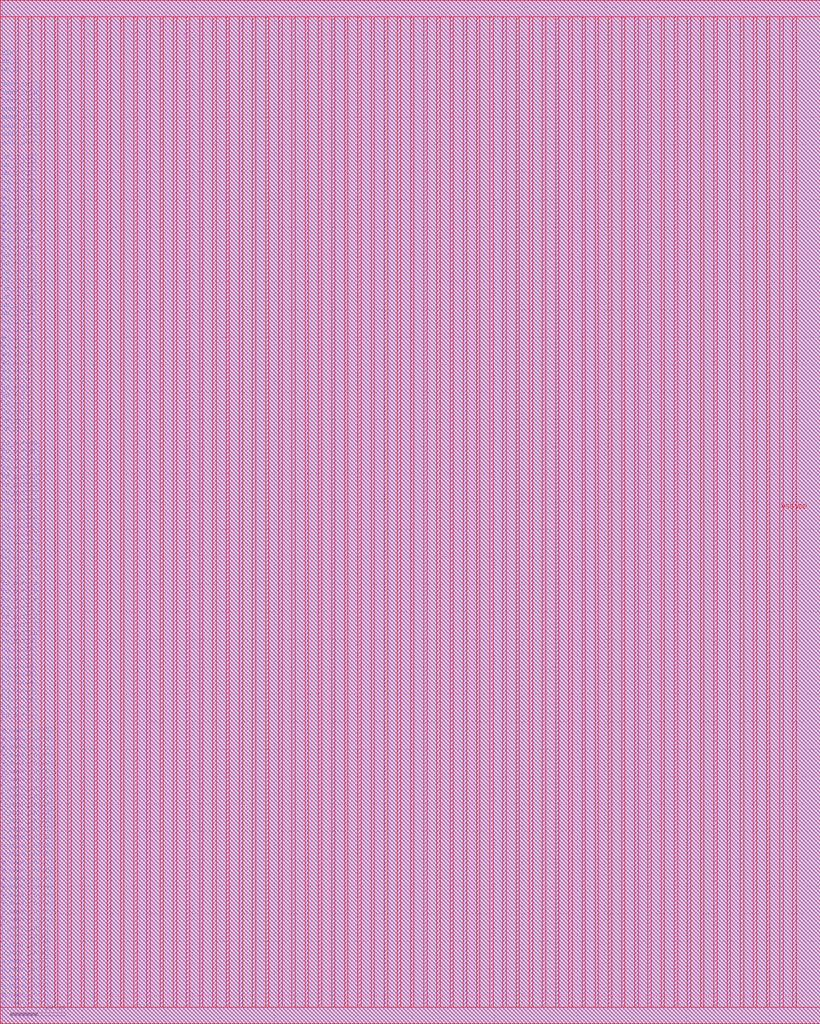
<source format=lef>
VERSION 5.7 ;
BUSBITCHARS "[]" ;
MACRO fakeram130_256x34
  FOREIGN fakeram130_256x34 0 0 ;
  SYMMETRY X Y R90 ;
  SIZE 298.540 BY 372.640 ;
  CLASS BLOCK ;
  PIN w_mask_in[0]
    DIRECTION INPUT ;
    USE SIGNAL ;
    SHAPE ABUTMENT ;
    PORT
      LAYER met3 ;
      RECT 0.000 5.850 0.800 6.150 ;
    END
  END w_mask_in[0]
  PIN w_mask_in[1]
    DIRECTION INPUT ;
    USE SIGNAL ;
    SHAPE ABUTMENT ;
    PORT
      LAYER met3 ;
      RECT 0.000 8.850 0.800 9.150 ;
    END
  END w_mask_in[1]
  PIN w_mask_in[2]
    DIRECTION INPUT ;
    USE SIGNAL ;
    SHAPE ABUTMENT ;
    PORT
      LAYER met3 ;
      RECT 0.000 11.850 0.800 12.150 ;
    END
  END w_mask_in[2]
  PIN w_mask_in[3]
    DIRECTION INPUT ;
    USE SIGNAL ;
    SHAPE ABUTMENT ;
    PORT
      LAYER met3 ;
      RECT 0.000 14.850 0.800 15.150 ;
    END
  END w_mask_in[3]
  PIN w_mask_in[4]
    DIRECTION INPUT ;
    USE SIGNAL ;
    SHAPE ABUTMENT ;
    PORT
      LAYER met3 ;
      RECT 0.000 17.850 0.800 18.150 ;
    END
  END w_mask_in[4]
  PIN w_mask_in[5]
    DIRECTION INPUT ;
    USE SIGNAL ;
    SHAPE ABUTMENT ;
    PORT
      LAYER met3 ;
      RECT 0.000 20.850 0.800 21.150 ;
    END
  END w_mask_in[5]
  PIN w_mask_in[6]
    DIRECTION INPUT ;
    USE SIGNAL ;
    SHAPE ABUTMENT ;
    PORT
      LAYER met3 ;
      RECT 0.000 23.850 0.800 24.150 ;
    END
  END w_mask_in[6]
  PIN w_mask_in[7]
    DIRECTION INPUT ;
    USE SIGNAL ;
    SHAPE ABUTMENT ;
    PORT
      LAYER met3 ;
      RECT 0.000 26.850 0.800 27.150 ;
    END
  END w_mask_in[7]
  PIN w_mask_in[8]
    DIRECTION INPUT ;
    USE SIGNAL ;
    SHAPE ABUTMENT ;
    PORT
      LAYER met3 ;
      RECT 0.000 29.850 0.800 30.150 ;
    END
  END w_mask_in[8]
  PIN w_mask_in[9]
    DIRECTION INPUT ;
    USE SIGNAL ;
    SHAPE ABUTMENT ;
    PORT
      LAYER met3 ;
      RECT 0.000 32.850 0.800 33.150 ;
    END
  END w_mask_in[9]
  PIN w_mask_in[10]
    DIRECTION INPUT ;
    USE SIGNAL ;
    SHAPE ABUTMENT ;
    PORT
      LAYER met3 ;
      RECT 0.000 35.850 0.800 36.150 ;
    END
  END w_mask_in[10]
  PIN w_mask_in[11]
    DIRECTION INPUT ;
    USE SIGNAL ;
    SHAPE ABUTMENT ;
    PORT
      LAYER met3 ;
      RECT 0.000 38.850 0.800 39.150 ;
    END
  END w_mask_in[11]
  PIN w_mask_in[12]
    DIRECTION INPUT ;
    USE SIGNAL ;
    SHAPE ABUTMENT ;
    PORT
      LAYER met3 ;
      RECT 0.000 41.850 0.800 42.150 ;
    END
  END w_mask_in[12]
  PIN w_mask_in[13]
    DIRECTION INPUT ;
    USE SIGNAL ;
    SHAPE ABUTMENT ;
    PORT
      LAYER met3 ;
      RECT 0.000 44.850 0.800 45.150 ;
    END
  END w_mask_in[13]
  PIN w_mask_in[14]
    DIRECTION INPUT ;
    USE SIGNAL ;
    SHAPE ABUTMENT ;
    PORT
      LAYER met3 ;
      RECT 0.000 47.850 0.800 48.150 ;
    END
  END w_mask_in[14]
  PIN w_mask_in[15]
    DIRECTION INPUT ;
    USE SIGNAL ;
    SHAPE ABUTMENT ;
    PORT
      LAYER met3 ;
      RECT 0.000 50.850 0.800 51.150 ;
    END
  END w_mask_in[15]
  PIN w_mask_in[16]
    DIRECTION INPUT ;
    USE SIGNAL ;
    SHAPE ABUTMENT ;
    PORT
      LAYER met3 ;
      RECT 0.000 53.850 0.800 54.150 ;
    END
  END w_mask_in[16]
  PIN w_mask_in[17]
    DIRECTION INPUT ;
    USE SIGNAL ;
    SHAPE ABUTMENT ;
    PORT
      LAYER met3 ;
      RECT 0.000 56.850 0.800 57.150 ;
    END
  END w_mask_in[17]
  PIN w_mask_in[18]
    DIRECTION INPUT ;
    USE SIGNAL ;
    SHAPE ABUTMENT ;
    PORT
      LAYER met3 ;
      RECT 0.000 59.850 0.800 60.150 ;
    END
  END w_mask_in[18]
  PIN w_mask_in[19]
    DIRECTION INPUT ;
    USE SIGNAL ;
    SHAPE ABUTMENT ;
    PORT
      LAYER met3 ;
      RECT 0.000 62.850 0.800 63.150 ;
    END
  END w_mask_in[19]
  PIN w_mask_in[20]
    DIRECTION INPUT ;
    USE SIGNAL ;
    SHAPE ABUTMENT ;
    PORT
      LAYER met3 ;
      RECT 0.000 65.850 0.800 66.150 ;
    END
  END w_mask_in[20]
  PIN w_mask_in[21]
    DIRECTION INPUT ;
    USE SIGNAL ;
    SHAPE ABUTMENT ;
    PORT
      LAYER met3 ;
      RECT 0.000 68.850 0.800 69.150 ;
    END
  END w_mask_in[21]
  PIN w_mask_in[22]
    DIRECTION INPUT ;
    USE SIGNAL ;
    SHAPE ABUTMENT ;
    PORT
      LAYER met3 ;
      RECT 0.000 71.850 0.800 72.150 ;
    END
  END w_mask_in[22]
  PIN w_mask_in[23]
    DIRECTION INPUT ;
    USE SIGNAL ;
    SHAPE ABUTMENT ;
    PORT
      LAYER met3 ;
      RECT 0.000 74.850 0.800 75.150 ;
    END
  END w_mask_in[23]
  PIN w_mask_in[24]
    DIRECTION INPUT ;
    USE SIGNAL ;
    SHAPE ABUTMENT ;
    PORT
      LAYER met3 ;
      RECT 0.000 77.850 0.800 78.150 ;
    END
  END w_mask_in[24]
  PIN w_mask_in[25]
    DIRECTION INPUT ;
    USE SIGNAL ;
    SHAPE ABUTMENT ;
    PORT
      LAYER met3 ;
      RECT 0.000 80.850 0.800 81.150 ;
    END
  END w_mask_in[25]
  PIN w_mask_in[26]
    DIRECTION INPUT ;
    USE SIGNAL ;
    SHAPE ABUTMENT ;
    PORT
      LAYER met3 ;
      RECT 0.000 83.850 0.800 84.150 ;
    END
  END w_mask_in[26]
  PIN w_mask_in[27]
    DIRECTION INPUT ;
    USE SIGNAL ;
    SHAPE ABUTMENT ;
    PORT
      LAYER met3 ;
      RECT 0.000 86.850 0.800 87.150 ;
    END
  END w_mask_in[27]
  PIN w_mask_in[28]
    DIRECTION INPUT ;
    USE SIGNAL ;
    SHAPE ABUTMENT ;
    PORT
      LAYER met3 ;
      RECT 0.000 89.850 0.800 90.150 ;
    END
  END w_mask_in[28]
  PIN w_mask_in[29]
    DIRECTION INPUT ;
    USE SIGNAL ;
    SHAPE ABUTMENT ;
    PORT
      LAYER met3 ;
      RECT 0.000 92.850 0.800 93.150 ;
    END
  END w_mask_in[29]
  PIN w_mask_in[30]
    DIRECTION INPUT ;
    USE SIGNAL ;
    SHAPE ABUTMENT ;
    PORT
      LAYER met3 ;
      RECT 0.000 95.850 0.800 96.150 ;
    END
  END w_mask_in[30]
  PIN w_mask_in[31]
    DIRECTION INPUT ;
    USE SIGNAL ;
    SHAPE ABUTMENT ;
    PORT
      LAYER met3 ;
      RECT 0.000 98.850 0.800 99.150 ;
    END
  END w_mask_in[31]
  PIN w_mask_in[32]
    DIRECTION INPUT ;
    USE SIGNAL ;
    SHAPE ABUTMENT ;
    PORT
      LAYER met3 ;
      RECT 0.000 101.850 0.800 102.150 ;
    END
  END w_mask_in[32]
  PIN w_mask_in[33]
    DIRECTION INPUT ;
    USE SIGNAL ;
    SHAPE ABUTMENT ;
    PORT
      LAYER met3 ;
      RECT 0.000 104.850 0.800 105.150 ;
    END
  END w_mask_in[33]
  PIN rd_out[0]
    DIRECTION OUTPUT ;
    USE SIGNAL ;
    SHAPE ABUTMENT ;
    PORT
      LAYER met3 ;
      RECT 0.000 110.250 0.800 110.550 ;
    END
  END rd_out[0]
  PIN rd_out[1]
    DIRECTION OUTPUT ;
    USE SIGNAL ;
    SHAPE ABUTMENT ;
    PORT
      LAYER met3 ;
      RECT 0.000 113.250 0.800 113.550 ;
    END
  END rd_out[1]
  PIN rd_out[2]
    DIRECTION OUTPUT ;
    USE SIGNAL ;
    SHAPE ABUTMENT ;
    PORT
      LAYER met3 ;
      RECT 0.000 116.250 0.800 116.550 ;
    END
  END rd_out[2]
  PIN rd_out[3]
    DIRECTION OUTPUT ;
    USE SIGNAL ;
    SHAPE ABUTMENT ;
    PORT
      LAYER met3 ;
      RECT 0.000 119.250 0.800 119.550 ;
    END
  END rd_out[3]
  PIN rd_out[4]
    DIRECTION OUTPUT ;
    USE SIGNAL ;
    SHAPE ABUTMENT ;
    PORT
      LAYER met3 ;
      RECT 0.000 122.250 0.800 122.550 ;
    END
  END rd_out[4]
  PIN rd_out[5]
    DIRECTION OUTPUT ;
    USE SIGNAL ;
    SHAPE ABUTMENT ;
    PORT
      LAYER met3 ;
      RECT 0.000 125.250 0.800 125.550 ;
    END
  END rd_out[5]
  PIN rd_out[6]
    DIRECTION OUTPUT ;
    USE SIGNAL ;
    SHAPE ABUTMENT ;
    PORT
      LAYER met3 ;
      RECT 0.000 128.250 0.800 128.550 ;
    END
  END rd_out[6]
  PIN rd_out[7]
    DIRECTION OUTPUT ;
    USE SIGNAL ;
    SHAPE ABUTMENT ;
    PORT
      LAYER met3 ;
      RECT 0.000 131.250 0.800 131.550 ;
    END
  END rd_out[7]
  PIN rd_out[8]
    DIRECTION OUTPUT ;
    USE SIGNAL ;
    SHAPE ABUTMENT ;
    PORT
      LAYER met3 ;
      RECT 0.000 134.250 0.800 134.550 ;
    END
  END rd_out[8]
  PIN rd_out[9]
    DIRECTION OUTPUT ;
    USE SIGNAL ;
    SHAPE ABUTMENT ;
    PORT
      LAYER met3 ;
      RECT 0.000 137.250 0.800 137.550 ;
    END
  END rd_out[9]
  PIN rd_out[10]
    DIRECTION OUTPUT ;
    USE SIGNAL ;
    SHAPE ABUTMENT ;
    PORT
      LAYER met3 ;
      RECT 0.000 140.250 0.800 140.550 ;
    END
  END rd_out[10]
  PIN rd_out[11]
    DIRECTION OUTPUT ;
    USE SIGNAL ;
    SHAPE ABUTMENT ;
    PORT
      LAYER met3 ;
      RECT 0.000 143.250 0.800 143.550 ;
    END
  END rd_out[11]
  PIN rd_out[12]
    DIRECTION OUTPUT ;
    USE SIGNAL ;
    SHAPE ABUTMENT ;
    PORT
      LAYER met3 ;
      RECT 0.000 146.250 0.800 146.550 ;
    END
  END rd_out[12]
  PIN rd_out[13]
    DIRECTION OUTPUT ;
    USE SIGNAL ;
    SHAPE ABUTMENT ;
    PORT
      LAYER met3 ;
      RECT 0.000 149.250 0.800 149.550 ;
    END
  END rd_out[13]
  PIN rd_out[14]
    DIRECTION OUTPUT ;
    USE SIGNAL ;
    SHAPE ABUTMENT ;
    PORT
      LAYER met3 ;
      RECT 0.000 152.250 0.800 152.550 ;
    END
  END rd_out[14]
  PIN rd_out[15]
    DIRECTION OUTPUT ;
    USE SIGNAL ;
    SHAPE ABUTMENT ;
    PORT
      LAYER met3 ;
      RECT 0.000 155.250 0.800 155.550 ;
    END
  END rd_out[15]
  PIN rd_out[16]
    DIRECTION OUTPUT ;
    USE SIGNAL ;
    SHAPE ABUTMENT ;
    PORT
      LAYER met3 ;
      RECT 0.000 158.250 0.800 158.550 ;
    END
  END rd_out[16]
  PIN rd_out[17]
    DIRECTION OUTPUT ;
    USE SIGNAL ;
    SHAPE ABUTMENT ;
    PORT
      LAYER met3 ;
      RECT 0.000 161.250 0.800 161.550 ;
    END
  END rd_out[17]
  PIN rd_out[18]
    DIRECTION OUTPUT ;
    USE SIGNAL ;
    SHAPE ABUTMENT ;
    PORT
      LAYER met3 ;
      RECT 0.000 164.250 0.800 164.550 ;
    END
  END rd_out[18]
  PIN rd_out[19]
    DIRECTION OUTPUT ;
    USE SIGNAL ;
    SHAPE ABUTMENT ;
    PORT
      LAYER met3 ;
      RECT 0.000 167.250 0.800 167.550 ;
    END
  END rd_out[19]
  PIN rd_out[20]
    DIRECTION OUTPUT ;
    USE SIGNAL ;
    SHAPE ABUTMENT ;
    PORT
      LAYER met3 ;
      RECT 0.000 170.250 0.800 170.550 ;
    END
  END rd_out[20]
  PIN rd_out[21]
    DIRECTION OUTPUT ;
    USE SIGNAL ;
    SHAPE ABUTMENT ;
    PORT
      LAYER met3 ;
      RECT 0.000 173.250 0.800 173.550 ;
    END
  END rd_out[21]
  PIN rd_out[22]
    DIRECTION OUTPUT ;
    USE SIGNAL ;
    SHAPE ABUTMENT ;
    PORT
      LAYER met3 ;
      RECT 0.000 176.250 0.800 176.550 ;
    END
  END rd_out[22]
  PIN rd_out[23]
    DIRECTION OUTPUT ;
    USE SIGNAL ;
    SHAPE ABUTMENT ;
    PORT
      LAYER met3 ;
      RECT 0.000 179.250 0.800 179.550 ;
    END
  END rd_out[23]
  PIN rd_out[24]
    DIRECTION OUTPUT ;
    USE SIGNAL ;
    SHAPE ABUTMENT ;
    PORT
      LAYER met3 ;
      RECT 0.000 182.250 0.800 182.550 ;
    END
  END rd_out[24]
  PIN rd_out[25]
    DIRECTION OUTPUT ;
    USE SIGNAL ;
    SHAPE ABUTMENT ;
    PORT
      LAYER met3 ;
      RECT 0.000 185.250 0.800 185.550 ;
    END
  END rd_out[25]
  PIN rd_out[26]
    DIRECTION OUTPUT ;
    USE SIGNAL ;
    SHAPE ABUTMENT ;
    PORT
      LAYER met3 ;
      RECT 0.000 188.250 0.800 188.550 ;
    END
  END rd_out[26]
  PIN rd_out[27]
    DIRECTION OUTPUT ;
    USE SIGNAL ;
    SHAPE ABUTMENT ;
    PORT
      LAYER met3 ;
      RECT 0.000 191.250 0.800 191.550 ;
    END
  END rd_out[27]
  PIN rd_out[28]
    DIRECTION OUTPUT ;
    USE SIGNAL ;
    SHAPE ABUTMENT ;
    PORT
      LAYER met3 ;
      RECT 0.000 194.250 0.800 194.550 ;
    END
  END rd_out[28]
  PIN rd_out[29]
    DIRECTION OUTPUT ;
    USE SIGNAL ;
    SHAPE ABUTMENT ;
    PORT
      LAYER met3 ;
      RECT 0.000 197.250 0.800 197.550 ;
    END
  END rd_out[29]
  PIN rd_out[30]
    DIRECTION OUTPUT ;
    USE SIGNAL ;
    SHAPE ABUTMENT ;
    PORT
      LAYER met3 ;
      RECT 0.000 200.250 0.800 200.550 ;
    END
  END rd_out[30]
  PIN rd_out[31]
    DIRECTION OUTPUT ;
    USE SIGNAL ;
    SHAPE ABUTMENT ;
    PORT
      LAYER met3 ;
      RECT 0.000 203.250 0.800 203.550 ;
    END
  END rd_out[31]
  PIN rd_out[32]
    DIRECTION OUTPUT ;
    USE SIGNAL ;
    SHAPE ABUTMENT ;
    PORT
      LAYER met3 ;
      RECT 0.000 206.250 0.800 206.550 ;
    END
  END rd_out[32]
  PIN rd_out[33]
    DIRECTION OUTPUT ;
    USE SIGNAL ;
    SHAPE ABUTMENT ;
    PORT
      LAYER met3 ;
      RECT 0.000 209.250 0.800 209.550 ;
    END
  END rd_out[33]
  PIN wd_in[0]
    DIRECTION INPUT ;
    USE SIGNAL ;
    SHAPE ABUTMENT ;
    PORT
      LAYER met3 ;
      RECT 0.000 214.650 0.800 214.950 ;
    END
  END wd_in[0]
  PIN wd_in[1]
    DIRECTION INPUT ;
    USE SIGNAL ;
    SHAPE ABUTMENT ;
    PORT
      LAYER met3 ;
      RECT 0.000 217.650 0.800 217.950 ;
    END
  END wd_in[1]
  PIN wd_in[2]
    DIRECTION INPUT ;
    USE SIGNAL ;
    SHAPE ABUTMENT ;
    PORT
      LAYER met3 ;
      RECT 0.000 220.650 0.800 220.950 ;
    END
  END wd_in[2]
  PIN wd_in[3]
    DIRECTION INPUT ;
    USE SIGNAL ;
    SHAPE ABUTMENT ;
    PORT
      LAYER met3 ;
      RECT 0.000 223.650 0.800 223.950 ;
    END
  END wd_in[3]
  PIN wd_in[4]
    DIRECTION INPUT ;
    USE SIGNAL ;
    SHAPE ABUTMENT ;
    PORT
      LAYER met3 ;
      RECT 0.000 226.650 0.800 226.950 ;
    END
  END wd_in[4]
  PIN wd_in[5]
    DIRECTION INPUT ;
    USE SIGNAL ;
    SHAPE ABUTMENT ;
    PORT
      LAYER met3 ;
      RECT 0.000 229.650 0.800 229.950 ;
    END
  END wd_in[5]
  PIN wd_in[6]
    DIRECTION INPUT ;
    USE SIGNAL ;
    SHAPE ABUTMENT ;
    PORT
      LAYER met3 ;
      RECT 0.000 232.650 0.800 232.950 ;
    END
  END wd_in[6]
  PIN wd_in[7]
    DIRECTION INPUT ;
    USE SIGNAL ;
    SHAPE ABUTMENT ;
    PORT
      LAYER met3 ;
      RECT 0.000 235.650 0.800 235.950 ;
    END
  END wd_in[7]
  PIN wd_in[8]
    DIRECTION INPUT ;
    USE SIGNAL ;
    SHAPE ABUTMENT ;
    PORT
      LAYER met3 ;
      RECT 0.000 238.650 0.800 238.950 ;
    END
  END wd_in[8]
  PIN wd_in[9]
    DIRECTION INPUT ;
    USE SIGNAL ;
    SHAPE ABUTMENT ;
    PORT
      LAYER met3 ;
      RECT 0.000 241.650 0.800 241.950 ;
    END
  END wd_in[9]
  PIN wd_in[10]
    DIRECTION INPUT ;
    USE SIGNAL ;
    SHAPE ABUTMENT ;
    PORT
      LAYER met3 ;
      RECT 0.000 244.650 0.800 244.950 ;
    END
  END wd_in[10]
  PIN wd_in[11]
    DIRECTION INPUT ;
    USE SIGNAL ;
    SHAPE ABUTMENT ;
    PORT
      LAYER met3 ;
      RECT 0.000 247.650 0.800 247.950 ;
    END
  END wd_in[11]
  PIN wd_in[12]
    DIRECTION INPUT ;
    USE SIGNAL ;
    SHAPE ABUTMENT ;
    PORT
      LAYER met3 ;
      RECT 0.000 250.650 0.800 250.950 ;
    END
  END wd_in[12]
  PIN wd_in[13]
    DIRECTION INPUT ;
    USE SIGNAL ;
    SHAPE ABUTMENT ;
    PORT
      LAYER met3 ;
      RECT 0.000 253.650 0.800 253.950 ;
    END
  END wd_in[13]
  PIN wd_in[14]
    DIRECTION INPUT ;
    USE SIGNAL ;
    SHAPE ABUTMENT ;
    PORT
      LAYER met3 ;
      RECT 0.000 256.650 0.800 256.950 ;
    END
  END wd_in[14]
  PIN wd_in[15]
    DIRECTION INPUT ;
    USE SIGNAL ;
    SHAPE ABUTMENT ;
    PORT
      LAYER met3 ;
      RECT 0.000 259.650 0.800 259.950 ;
    END
  END wd_in[15]
  PIN wd_in[16]
    DIRECTION INPUT ;
    USE SIGNAL ;
    SHAPE ABUTMENT ;
    PORT
      LAYER met3 ;
      RECT 0.000 262.650 0.800 262.950 ;
    END
  END wd_in[16]
  PIN wd_in[17]
    DIRECTION INPUT ;
    USE SIGNAL ;
    SHAPE ABUTMENT ;
    PORT
      LAYER met3 ;
      RECT 0.000 265.650 0.800 265.950 ;
    END
  END wd_in[17]
  PIN wd_in[18]
    DIRECTION INPUT ;
    USE SIGNAL ;
    SHAPE ABUTMENT ;
    PORT
      LAYER met3 ;
      RECT 0.000 268.650 0.800 268.950 ;
    END
  END wd_in[18]
  PIN wd_in[19]
    DIRECTION INPUT ;
    USE SIGNAL ;
    SHAPE ABUTMENT ;
    PORT
      LAYER met3 ;
      RECT 0.000 271.650 0.800 271.950 ;
    END
  END wd_in[19]
  PIN wd_in[20]
    DIRECTION INPUT ;
    USE SIGNAL ;
    SHAPE ABUTMENT ;
    PORT
      LAYER met3 ;
      RECT 0.000 274.650 0.800 274.950 ;
    END
  END wd_in[20]
  PIN wd_in[21]
    DIRECTION INPUT ;
    USE SIGNAL ;
    SHAPE ABUTMENT ;
    PORT
      LAYER met3 ;
      RECT 0.000 277.650 0.800 277.950 ;
    END
  END wd_in[21]
  PIN wd_in[22]
    DIRECTION INPUT ;
    USE SIGNAL ;
    SHAPE ABUTMENT ;
    PORT
      LAYER met3 ;
      RECT 0.000 280.650 0.800 280.950 ;
    END
  END wd_in[22]
  PIN wd_in[23]
    DIRECTION INPUT ;
    USE SIGNAL ;
    SHAPE ABUTMENT ;
    PORT
      LAYER met3 ;
      RECT 0.000 283.650 0.800 283.950 ;
    END
  END wd_in[23]
  PIN wd_in[24]
    DIRECTION INPUT ;
    USE SIGNAL ;
    SHAPE ABUTMENT ;
    PORT
      LAYER met3 ;
      RECT 0.000 286.650 0.800 286.950 ;
    END
  END wd_in[24]
  PIN wd_in[25]
    DIRECTION INPUT ;
    USE SIGNAL ;
    SHAPE ABUTMENT ;
    PORT
      LAYER met3 ;
      RECT 0.000 289.650 0.800 289.950 ;
    END
  END wd_in[25]
  PIN wd_in[26]
    DIRECTION INPUT ;
    USE SIGNAL ;
    SHAPE ABUTMENT ;
    PORT
      LAYER met3 ;
      RECT 0.000 292.650 0.800 292.950 ;
    END
  END wd_in[26]
  PIN wd_in[27]
    DIRECTION INPUT ;
    USE SIGNAL ;
    SHAPE ABUTMENT ;
    PORT
      LAYER met3 ;
      RECT 0.000 295.650 0.800 295.950 ;
    END
  END wd_in[27]
  PIN wd_in[28]
    DIRECTION INPUT ;
    USE SIGNAL ;
    SHAPE ABUTMENT ;
    PORT
      LAYER met3 ;
      RECT 0.000 298.650 0.800 298.950 ;
    END
  END wd_in[28]
  PIN wd_in[29]
    DIRECTION INPUT ;
    USE SIGNAL ;
    SHAPE ABUTMENT ;
    PORT
      LAYER met3 ;
      RECT 0.000 301.650 0.800 301.950 ;
    END
  END wd_in[29]
  PIN wd_in[30]
    DIRECTION INPUT ;
    USE SIGNAL ;
    SHAPE ABUTMENT ;
    PORT
      LAYER met3 ;
      RECT 0.000 304.650 0.800 304.950 ;
    END
  END wd_in[30]
  PIN wd_in[31]
    DIRECTION INPUT ;
    USE SIGNAL ;
    SHAPE ABUTMENT ;
    PORT
      LAYER met3 ;
      RECT 0.000 307.650 0.800 307.950 ;
    END
  END wd_in[31]
  PIN wd_in[32]
    DIRECTION INPUT ;
    USE SIGNAL ;
    SHAPE ABUTMENT ;
    PORT
      LAYER met3 ;
      RECT 0.000 310.650 0.800 310.950 ;
    END
  END wd_in[32]
  PIN wd_in[33]
    DIRECTION INPUT ;
    USE SIGNAL ;
    SHAPE ABUTMENT ;
    PORT
      LAYER met3 ;
      RECT 0.000 313.650 0.800 313.950 ;
    END
  END wd_in[33]
  PIN addr_in[0]
    DIRECTION INPUT ;
    USE SIGNAL ;
    SHAPE ABUTMENT ;
    PORT
      LAYER met3 ;
      RECT 0.000 319.050 0.800 319.350 ;
    END
  END addr_in[0]
  PIN addr_in[1]
    DIRECTION INPUT ;
    USE SIGNAL ;
    SHAPE ABUTMENT ;
    PORT
      LAYER met3 ;
      RECT 0.000 322.050 0.800 322.350 ;
    END
  END addr_in[1]
  PIN addr_in[2]
    DIRECTION INPUT ;
    USE SIGNAL ;
    SHAPE ABUTMENT ;
    PORT
      LAYER met3 ;
      RECT 0.000 325.050 0.800 325.350 ;
    END
  END addr_in[2]
  PIN addr_in[3]
    DIRECTION INPUT ;
    USE SIGNAL ;
    SHAPE ABUTMENT ;
    PORT
      LAYER met3 ;
      RECT 0.000 328.050 0.800 328.350 ;
    END
  END addr_in[3]
  PIN addr_in[4]
    DIRECTION INPUT ;
    USE SIGNAL ;
    SHAPE ABUTMENT ;
    PORT
      LAYER met3 ;
      RECT 0.000 331.050 0.800 331.350 ;
    END
  END addr_in[4]
  PIN addr_in[5]
    DIRECTION INPUT ;
    USE SIGNAL ;
    SHAPE ABUTMENT ;
    PORT
      LAYER met3 ;
      RECT 0.000 334.050 0.800 334.350 ;
    END
  END addr_in[5]
  PIN addr_in[6]
    DIRECTION INPUT ;
    USE SIGNAL ;
    SHAPE ABUTMENT ;
    PORT
      LAYER met3 ;
      RECT 0.000 337.050 0.800 337.350 ;
    END
  END addr_in[6]
  PIN addr_in[7]
    DIRECTION INPUT ;
    USE SIGNAL ;
    SHAPE ABUTMENT ;
    PORT
      LAYER met3 ;
      RECT 0.000 340.050 0.800 340.350 ;
    END
  END addr_in[7]
  PIN we_in
    DIRECTION INPUT ;
    USE SIGNAL ;
    SHAPE ABUTMENT ;
    PORT
      LAYER met3 ;
      RECT 0.000 345.450 0.800 345.750 ;
    END
  END we_in
  PIN ce_in
    DIRECTION INPUT ;
    USE SIGNAL ;
    SHAPE ABUTMENT ;
    PORT
      LAYER met3 ;
      RECT 0.000 348.450 0.800 348.750 ;
    END
  END ce_in
  PIN clk
    DIRECTION INPUT ;
    USE SIGNAL ;
    SHAPE ABUTMENT ;
    PORT
      LAYER met3 ;
      RECT 0.000 351.450 0.800 351.750 ;
    END
  END clk
  PIN VSS
    DIRECTION INOUT ;
    USE GROUND ;
    PORT
      LAYER met4 ;
      RECT 5.400 6.000 6.600 366.640 ;
      RECT 15.000 6.000 16.200 366.640 ;
      RECT 24.600 6.000 25.800 366.640 ;
      RECT 34.200 6.000 35.400 366.640 ;
      RECT 43.800 6.000 45.000 366.640 ;
      RECT 53.400 6.000 54.600 366.640 ;
      RECT 63.000 6.000 64.200 366.640 ;
      RECT 72.600 6.000 73.800 366.640 ;
      RECT 82.200 6.000 83.400 366.640 ;
      RECT 91.800 6.000 93.000 366.640 ;
      RECT 101.400 6.000 102.600 366.640 ;
      RECT 111.000 6.000 112.200 366.640 ;
      RECT 120.600 6.000 121.800 366.640 ;
      RECT 130.200 6.000 131.400 366.640 ;
      RECT 139.800 6.000 141.000 366.640 ;
      RECT 149.400 6.000 150.600 366.640 ;
      RECT 159.000 6.000 160.200 366.640 ;
      RECT 168.600 6.000 169.800 366.640 ;
      RECT 178.200 6.000 179.400 366.640 ;
      RECT 187.800 6.000 189.000 366.640 ;
      RECT 197.400 6.000 198.600 366.640 ;
      RECT 207.000 6.000 208.200 366.640 ;
      RECT 216.600 6.000 217.800 366.640 ;
      RECT 226.200 6.000 227.400 366.640 ;
      RECT 235.800 6.000 237.000 366.640 ;
      RECT 245.400 6.000 246.600 366.640 ;
      RECT 255.000 6.000 256.200 366.640 ;
      RECT 264.600 6.000 265.800 366.640 ;
      RECT 274.200 6.000 275.400 366.640 ;
      RECT 283.800 6.000 285.000 366.640 ;
    END
  END VSS
  PIN VDD
    DIRECTION INOUT ;
    USE POWER ;
    PORT
      LAYER met4 ;
      RECT 10.200 6.000 11.400 366.640 ;
      RECT 19.800 6.000 21.000 366.640 ;
      RECT 29.400 6.000 30.600 366.640 ;
      RECT 39.000 6.000 40.200 366.640 ;
      RECT 48.600 6.000 49.800 366.640 ;
      RECT 58.200 6.000 59.400 366.640 ;
      RECT 67.800 6.000 69.000 366.640 ;
      RECT 77.400 6.000 78.600 366.640 ;
      RECT 87.000 6.000 88.200 366.640 ;
      RECT 96.600 6.000 97.800 366.640 ;
      RECT 106.200 6.000 107.400 366.640 ;
      RECT 115.800 6.000 117.000 366.640 ;
      RECT 125.400 6.000 126.600 366.640 ;
      RECT 135.000 6.000 136.200 366.640 ;
      RECT 144.600 6.000 145.800 366.640 ;
      RECT 154.200 6.000 155.400 366.640 ;
      RECT 163.800 6.000 165.000 366.640 ;
      RECT 173.400 6.000 174.600 366.640 ;
      RECT 183.000 6.000 184.200 366.640 ;
      RECT 192.600 6.000 193.800 366.640 ;
      RECT 202.200 6.000 203.400 366.640 ;
      RECT 211.800 6.000 213.000 366.640 ;
      RECT 221.400 6.000 222.600 366.640 ;
      RECT 231.000 6.000 232.200 366.640 ;
      RECT 240.600 6.000 241.800 366.640 ;
      RECT 250.200 6.000 251.400 366.640 ;
      RECT 259.800 6.000 261.000 366.640 ;
      RECT 269.400 6.000 270.600 366.640 ;
      RECT 279.000 6.000 280.200 366.640 ;
      RECT 288.600 6.000 289.800 366.640 ;
    END
  END VDD
  OBS
    LAYER met1 ;
    RECT 0 0 298.540 372.640 ;
    LAYER met2 ;
    RECT 0 0 298.540 372.640 ;
    LAYER met3 ;
    RECT 0.800 0 298.540 372.640 ;
    RECT 0 0.000 0.800 5.850 ;
    RECT 0 6.150 0.800 8.850 ;
    RECT 0 9.150 0.800 11.850 ;
    RECT 0 12.150 0.800 14.850 ;
    RECT 0 15.150 0.800 17.850 ;
    RECT 0 18.150 0.800 20.850 ;
    RECT 0 21.150 0.800 23.850 ;
    RECT 0 24.150 0.800 26.850 ;
    RECT 0 27.150 0.800 29.850 ;
    RECT 0 30.150 0.800 32.850 ;
    RECT 0 33.150 0.800 35.850 ;
    RECT 0 36.150 0.800 38.850 ;
    RECT 0 39.150 0.800 41.850 ;
    RECT 0 42.150 0.800 44.850 ;
    RECT 0 45.150 0.800 47.850 ;
    RECT 0 48.150 0.800 50.850 ;
    RECT 0 51.150 0.800 53.850 ;
    RECT 0 54.150 0.800 56.850 ;
    RECT 0 57.150 0.800 59.850 ;
    RECT 0 60.150 0.800 62.850 ;
    RECT 0 63.150 0.800 65.850 ;
    RECT 0 66.150 0.800 68.850 ;
    RECT 0 69.150 0.800 71.850 ;
    RECT 0 72.150 0.800 74.850 ;
    RECT 0 75.150 0.800 77.850 ;
    RECT 0 78.150 0.800 80.850 ;
    RECT 0 81.150 0.800 83.850 ;
    RECT 0 84.150 0.800 86.850 ;
    RECT 0 87.150 0.800 89.850 ;
    RECT 0 90.150 0.800 92.850 ;
    RECT 0 93.150 0.800 95.850 ;
    RECT 0 96.150 0.800 98.850 ;
    RECT 0 99.150 0.800 101.850 ;
    RECT 0 102.150 0.800 104.850 ;
    RECT 0 105.150 0.800 110.250 ;
    RECT 0 110.550 0.800 113.250 ;
    RECT 0 113.550 0.800 116.250 ;
    RECT 0 116.550 0.800 119.250 ;
    RECT 0 119.550 0.800 122.250 ;
    RECT 0 122.550 0.800 125.250 ;
    RECT 0 125.550 0.800 128.250 ;
    RECT 0 128.550 0.800 131.250 ;
    RECT 0 131.550 0.800 134.250 ;
    RECT 0 134.550 0.800 137.250 ;
    RECT 0 137.550 0.800 140.250 ;
    RECT 0 140.550 0.800 143.250 ;
    RECT 0 143.550 0.800 146.250 ;
    RECT 0 146.550 0.800 149.250 ;
    RECT 0 149.550 0.800 152.250 ;
    RECT 0 152.550 0.800 155.250 ;
    RECT 0 155.550 0.800 158.250 ;
    RECT 0 158.550 0.800 161.250 ;
    RECT 0 161.550 0.800 164.250 ;
    RECT 0 164.550 0.800 167.250 ;
    RECT 0 167.550 0.800 170.250 ;
    RECT 0 170.550 0.800 173.250 ;
    RECT 0 173.550 0.800 176.250 ;
    RECT 0 176.550 0.800 179.250 ;
    RECT 0 179.550 0.800 182.250 ;
    RECT 0 182.550 0.800 185.250 ;
    RECT 0 185.550 0.800 188.250 ;
    RECT 0 188.550 0.800 191.250 ;
    RECT 0 191.550 0.800 194.250 ;
    RECT 0 194.550 0.800 197.250 ;
    RECT 0 197.550 0.800 200.250 ;
    RECT 0 200.550 0.800 203.250 ;
    RECT 0 203.550 0.800 206.250 ;
    RECT 0 206.550 0.800 209.250 ;
    RECT 0 209.550 0.800 214.650 ;
    RECT 0 214.950 0.800 217.650 ;
    RECT 0 217.950 0.800 220.650 ;
    RECT 0 220.950 0.800 223.650 ;
    RECT 0 223.950 0.800 226.650 ;
    RECT 0 226.950 0.800 229.650 ;
    RECT 0 229.950 0.800 232.650 ;
    RECT 0 232.950 0.800 235.650 ;
    RECT 0 235.950 0.800 238.650 ;
    RECT 0 238.950 0.800 241.650 ;
    RECT 0 241.950 0.800 244.650 ;
    RECT 0 244.950 0.800 247.650 ;
    RECT 0 247.950 0.800 250.650 ;
    RECT 0 250.950 0.800 253.650 ;
    RECT 0 253.950 0.800 256.650 ;
    RECT 0 256.950 0.800 259.650 ;
    RECT 0 259.950 0.800 262.650 ;
    RECT 0 262.950 0.800 265.650 ;
    RECT 0 265.950 0.800 268.650 ;
    RECT 0 268.950 0.800 271.650 ;
    RECT 0 271.950 0.800 274.650 ;
    RECT 0 274.950 0.800 277.650 ;
    RECT 0 277.950 0.800 280.650 ;
    RECT 0 280.950 0.800 283.650 ;
    RECT 0 283.950 0.800 286.650 ;
    RECT 0 286.950 0.800 289.650 ;
    RECT 0 289.950 0.800 292.650 ;
    RECT 0 292.950 0.800 295.650 ;
    RECT 0 295.950 0.800 298.650 ;
    RECT 0 298.950 0.800 301.650 ;
    RECT 0 301.950 0.800 304.650 ;
    RECT 0 304.950 0.800 307.650 ;
    RECT 0 307.950 0.800 310.650 ;
    RECT 0 310.950 0.800 313.650 ;
    RECT 0 313.950 0.800 319.050 ;
    RECT 0 319.350 0.800 322.050 ;
    RECT 0 322.350 0.800 325.050 ;
    RECT 0 325.350 0.800 328.050 ;
    RECT 0 328.350 0.800 331.050 ;
    RECT 0 331.350 0.800 334.050 ;
    RECT 0 334.350 0.800 337.050 ;
    RECT 0 337.350 0.800 340.050 ;
    RECT 0 340.350 0.800 345.450 ;
    RECT 0 345.750 0.800 348.450 ;
    RECT 0 348.750 0.800 351.450 ;
    RECT 0 351.750 0.800 372.640 ;
    LAYER met4 ;
    RECT 0 0 298.540 6.000 ;
    RECT 0 366.640 298.540 372.640 ;
    RECT 0.000 6.000 5.400 366.640 ;
    RECT 6.600 6.000 10.200 366.640 ;
    RECT 11.400 6.000 15.000 366.640 ;
    RECT 16.200 6.000 19.800 366.640 ;
    RECT 21.000 6.000 24.600 366.640 ;
    RECT 25.800 6.000 29.400 366.640 ;
    RECT 30.600 6.000 34.200 366.640 ;
    RECT 35.400 6.000 39.000 366.640 ;
    RECT 40.200 6.000 43.800 366.640 ;
    RECT 45.000 6.000 48.600 366.640 ;
    RECT 49.800 6.000 53.400 366.640 ;
    RECT 54.600 6.000 58.200 366.640 ;
    RECT 59.400 6.000 63.000 366.640 ;
    RECT 64.200 6.000 67.800 366.640 ;
    RECT 69.000 6.000 72.600 366.640 ;
    RECT 73.800 6.000 77.400 366.640 ;
    RECT 78.600 6.000 82.200 366.640 ;
    RECT 83.400 6.000 87.000 366.640 ;
    RECT 88.200 6.000 91.800 366.640 ;
    RECT 93.000 6.000 96.600 366.640 ;
    RECT 97.800 6.000 101.400 366.640 ;
    RECT 102.600 6.000 106.200 366.640 ;
    RECT 107.400 6.000 111.000 366.640 ;
    RECT 112.200 6.000 115.800 366.640 ;
    RECT 117.000 6.000 120.600 366.640 ;
    RECT 121.800 6.000 125.400 366.640 ;
    RECT 126.600 6.000 130.200 366.640 ;
    RECT 131.400 6.000 135.000 366.640 ;
    RECT 136.200 6.000 139.800 366.640 ;
    RECT 141.000 6.000 144.600 366.640 ;
    RECT 145.800 6.000 149.400 366.640 ;
    RECT 150.600 6.000 154.200 366.640 ;
    RECT 155.400 6.000 159.000 366.640 ;
    RECT 160.200 6.000 163.800 366.640 ;
    RECT 165.000 6.000 168.600 366.640 ;
    RECT 169.800 6.000 173.400 366.640 ;
    RECT 174.600 6.000 178.200 366.640 ;
    RECT 179.400 6.000 183.000 366.640 ;
    RECT 184.200 6.000 187.800 366.640 ;
    RECT 189.000 6.000 192.600 366.640 ;
    RECT 193.800 6.000 197.400 366.640 ;
    RECT 198.600 6.000 202.200 366.640 ;
    RECT 203.400 6.000 207.000 366.640 ;
    RECT 208.200 6.000 211.800 366.640 ;
    RECT 213.000 6.000 216.600 366.640 ;
    RECT 217.800 6.000 221.400 366.640 ;
    RECT 222.600 6.000 226.200 366.640 ;
    RECT 227.400 6.000 231.000 366.640 ;
    RECT 232.200 6.000 235.800 366.640 ;
    RECT 237.000 6.000 240.600 366.640 ;
    RECT 241.800 6.000 245.400 366.640 ;
    RECT 246.600 6.000 250.200 366.640 ;
    RECT 251.400 6.000 255.000 366.640 ;
    RECT 256.200 6.000 259.800 366.640 ;
    RECT 261.000 6.000 264.600 366.640 ;
    RECT 265.800 6.000 269.400 366.640 ;
    RECT 270.600 6.000 274.200 366.640 ;
    RECT 275.400 6.000 279.000 366.640 ;
    RECT 280.200 6.000 283.800 366.640 ;
    RECT 285.000 6.000 288.600 366.640 ;
    RECT 289.800 6.000 298.540 366.640 ;
    LAYER OVERLAP ;
    RECT 0 0 298.540 372.640 ;
  END
END fakeram130_256x34

END LIBRARY

</source>
